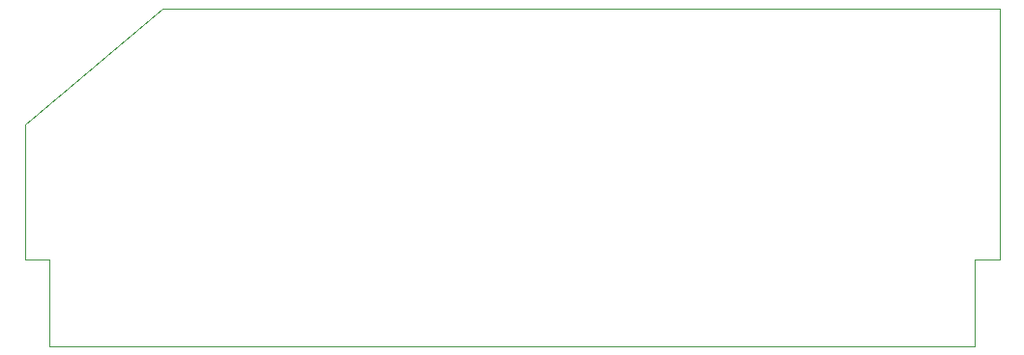
<source format=gbr>
%TF.GenerationSoftware,KiCad,Pcbnew,7.0.7*%
%TF.CreationDate,2023-11-02T23:14:20-05:00*%
%TF.ProjectId,Voltage Blaster,566f6c74-6167-4652-9042-6c6173746572,rev?*%
%TF.SameCoordinates,Original*%
%TF.FileFunction,Profile,NP*%
%FSLAX46Y46*%
G04 Gerber Fmt 4.6, Leading zero omitted, Abs format (unit mm)*
G04 Created by KiCad (PCBNEW 7.0.7) date 2023-11-02 23:14:20*
%MOMM*%
%LPD*%
G01*
G04 APERTURE LIST*
%TA.AperFunction,Profile*%
%ADD10C,0.100000*%
%TD*%
G04 APERTURE END LIST*
D10*
X198120000Y-121031000D02*
X117094000Y-121031000D01*
X200279000Y-101600000D02*
X200279000Y-91440000D01*
X114935000Y-101600000D02*
X127000000Y-91440000D01*
X191643000Y-91440000D02*
X127000000Y-91440000D01*
X198120000Y-121031000D02*
X198120000Y-113411000D01*
X117094000Y-121031000D02*
X117094000Y-113411000D01*
X198120000Y-113411000D02*
X200279000Y-113411000D01*
X200279000Y-91440000D02*
X191643000Y-91440000D01*
X200279000Y-113411000D02*
X200279000Y-101600000D01*
X114935000Y-113411000D02*
X114935000Y-101600000D01*
X117094000Y-113411000D02*
X114935000Y-113411000D01*
M02*

</source>
